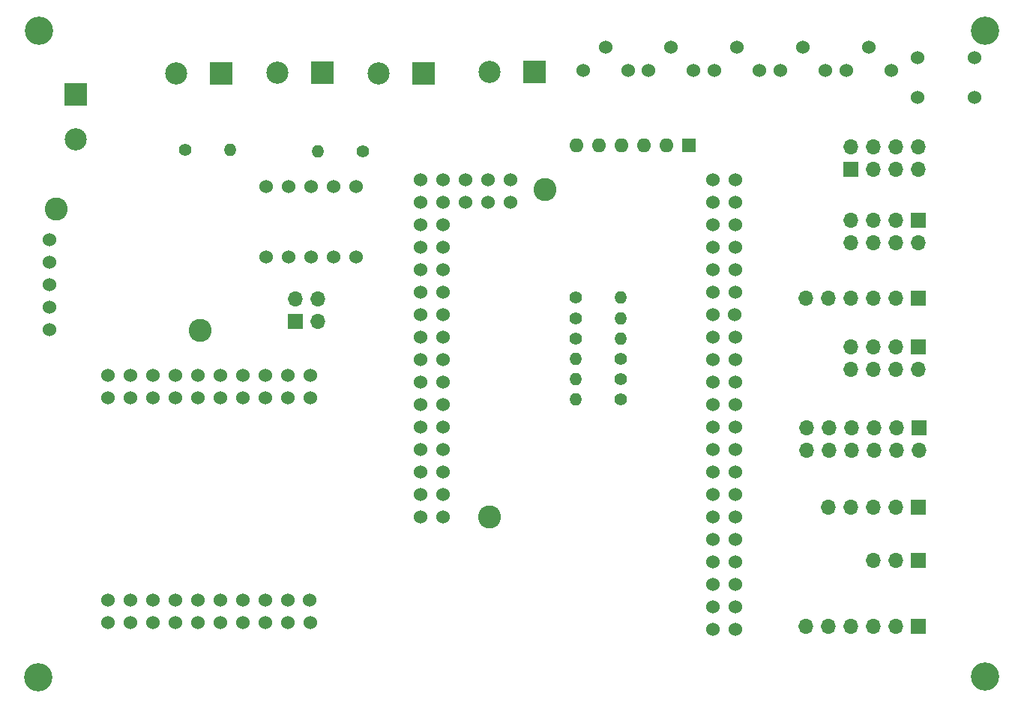
<source format=gbr>
%TF.GenerationSoftware,KiCad,Pcbnew,(6.0.0-0)*%
%TF.CreationDate,2022-02-24T11:08:08-05:00*%
%TF.ProjectId,LED_Controller_Without_Level_Shifter,4c45445f-436f-46e7-9472-6f6c6c65725f,1.0*%
%TF.SameCoordinates,Original*%
%TF.FileFunction,Soldermask,Bot*%
%TF.FilePolarity,Negative*%
%FSLAX46Y46*%
G04 Gerber Fmt 4.6, Leading zero omitted, Abs format (unit mm)*
G04 Created by KiCad (PCBNEW (6.0.0-0)) date 2022-02-24 11:08:08*
%MOMM*%
%LPD*%
G01*
G04 APERTURE LIST*
%ADD10R,2.500000X2.500000*%
%ADD11C,2.500000*%
%ADD12R,1.700000X1.700000*%
%ADD13O,1.700000X1.700000*%
%ADD14C,1.400000*%
%ADD15O,1.400000X1.400000*%
%ADD16R,1.600000X1.600000*%
%ADD17O,1.600000X1.600000*%
%ADD18C,1.524000*%
%ADD19C,2.600000*%
%ADD20C,3.200000*%
G04 APERTURE END LIST*
D10*
%TO.C,J1*%
X93790000Y-70645000D03*
D11*
X93790000Y-75725000D03*
%TD*%
D10*
%TO.C,J2*%
X110180000Y-68280000D03*
D11*
X105100000Y-68280000D03*
%TD*%
D10*
%TO.C,J3*%
X133045000Y-68280000D03*
D11*
X127965000Y-68280000D03*
%TD*%
D10*
%TO.C,J4*%
X121615000Y-68254000D03*
D11*
X116535000Y-68254000D03*
%TD*%
D12*
%TO.C,J5*%
X188930000Y-99250000D03*
D13*
X188930000Y-101790000D03*
X186390000Y-99250000D03*
X186390000Y-101790000D03*
X183850000Y-99250000D03*
X183850000Y-101790000D03*
X181310000Y-99250000D03*
X181310000Y-101790000D03*
%TD*%
D12*
%TO.C,J6*%
X189000000Y-108380000D03*
D13*
X189000000Y-110920000D03*
X186460000Y-108380000D03*
X186460000Y-110920000D03*
X183920000Y-108380000D03*
X183920000Y-110920000D03*
X181380000Y-108380000D03*
X181380000Y-110920000D03*
X178840000Y-108380000D03*
X178840000Y-110920000D03*
X176300000Y-108380000D03*
X176300000Y-110920000D03*
%TD*%
D12*
%TO.C,J7*%
X188976000Y-117334000D03*
D13*
X186436000Y-117334000D03*
X183896000Y-117334000D03*
X181356000Y-117334000D03*
X178816000Y-117334000D03*
%TD*%
D12*
%TO.C,J8*%
X188976000Y-130810000D03*
D13*
X186436000Y-130810000D03*
X183896000Y-130810000D03*
X181356000Y-130810000D03*
X178816000Y-130810000D03*
X176276000Y-130810000D03*
%TD*%
D12*
%TO.C,J9*%
X181320000Y-79145000D03*
D13*
X181320000Y-76605000D03*
X183860000Y-79145000D03*
X183860000Y-76605000D03*
X186400000Y-79145000D03*
X186400000Y-76605000D03*
X188940000Y-79145000D03*
X188940000Y-76605000D03*
%TD*%
D12*
%TO.C,J10*%
X188920000Y-84885000D03*
D13*
X188920000Y-87425000D03*
X186380000Y-84885000D03*
X186380000Y-87425000D03*
X183840000Y-84885000D03*
X183840000Y-87425000D03*
X181300000Y-84885000D03*
X181300000Y-87425000D03*
%TD*%
D12*
%TO.C,J11*%
X188951000Y-93751000D03*
D13*
X186411000Y-93751000D03*
X183871000Y-93751000D03*
X181331000Y-93751000D03*
X178791000Y-93751000D03*
X176251000Y-93751000D03*
%TD*%
D14*
%TO.C,R2*%
X155290000Y-102822000D03*
D15*
X150210000Y-102822000D03*
%TD*%
D14*
%TO.C,R3*%
X155290000Y-100534000D03*
D15*
X150210000Y-100534000D03*
%TD*%
D14*
%TO.C,R4*%
X150210000Y-98246000D03*
D15*
X155290000Y-98246000D03*
%TD*%
D14*
%TO.C,R5*%
X150210000Y-95958000D03*
D15*
X155290000Y-95958000D03*
%TD*%
D14*
%TO.C,R6*%
X150210000Y-93670000D03*
D15*
X155290000Y-93670000D03*
%TD*%
D16*
%TO.C,RN1*%
X163068000Y-76454000D03*
D17*
X160528000Y-76454000D03*
X157988000Y-76454000D03*
X155448000Y-76454000D03*
X152908000Y-76454000D03*
X150368000Y-76454000D03*
%TD*%
D18*
%TO.C,U1*%
X90780000Y-87130000D03*
X90780000Y-89670000D03*
X90780000Y-92210000D03*
X90780000Y-94750000D03*
X90780000Y-97290000D03*
D19*
X107838800Y-97361200D03*
X91610000Y-83600000D03*
%TD*%
D18*
%TO.C,U2*%
X105015400Y-130406600D03*
X120205400Y-127866600D03*
X102475400Y-130406600D03*
X117715400Y-127866600D03*
X107555400Y-130406600D03*
X105015400Y-105000600D03*
X112635400Y-105000600D03*
X110095400Y-105000600D03*
X112635400Y-127866600D03*
X115175400Y-127866600D03*
X107555400Y-105000600D03*
X107555400Y-127866600D03*
X115175400Y-105000600D03*
X110095400Y-127866600D03*
X112635400Y-130406600D03*
X110095400Y-102460600D03*
X107555400Y-102460600D03*
X112635400Y-102460600D03*
X115175400Y-102460600D03*
X105015400Y-127866600D03*
X120255400Y-130406600D03*
X120255400Y-102460600D03*
X102475400Y-127866600D03*
X102475400Y-105000600D03*
X99935400Y-127866600D03*
X97395400Y-127866600D03*
X110095400Y-130406600D03*
X99935400Y-130406600D03*
X97395400Y-130406600D03*
X120255400Y-105000600D03*
X117715400Y-105000600D03*
X99935400Y-105000600D03*
X97395400Y-105000600D03*
X117715400Y-102460600D03*
X105015400Y-102460600D03*
X102475400Y-102460600D03*
X99935400Y-102460600D03*
X97395400Y-102460600D03*
X115175400Y-130406600D03*
X117715400Y-130406600D03*
%TD*%
D14*
%TO.C,R1*%
X155290000Y-105110000D03*
D15*
X150210000Y-105110000D03*
%TD*%
D18*
%TO.C,SW1*%
X125476000Y-89091000D03*
X122936000Y-89091000D03*
X120396000Y-89091000D03*
X117856000Y-89091000D03*
X115316000Y-89091000D03*
X115316000Y-81089000D03*
X117856000Y-81089000D03*
X120396000Y-81089000D03*
X122936000Y-81089000D03*
X125476000Y-81089000D03*
%TD*%
%TO.C,SW2*%
X188820000Y-71020000D03*
X188820000Y-66520000D03*
X195320000Y-71020000D03*
X195320000Y-66520000D03*
%TD*%
%TO.C,U4*%
X165770000Y-118470000D03*
X168310000Y-118470000D03*
X165770000Y-115930000D03*
X168310000Y-115930000D03*
X165780000Y-113390000D03*
X168310000Y-113390000D03*
X165770000Y-110850000D03*
X168310000Y-110850000D03*
X165770000Y-108310000D03*
X168310000Y-108310000D03*
X165770000Y-105770000D03*
X168310000Y-105770000D03*
X165770000Y-103230000D03*
X168310000Y-103230000D03*
X165770000Y-100690000D03*
X168310000Y-100690000D03*
X165770000Y-98150000D03*
X168310000Y-98150000D03*
X165780000Y-95610000D03*
X168230000Y-95610000D03*
X165780000Y-93070000D03*
X168310000Y-93070000D03*
X165770000Y-90530000D03*
X168310000Y-90530000D03*
X165770000Y-87990000D03*
X168310000Y-87990000D03*
X165770000Y-85450000D03*
X168310000Y-85450000D03*
X165770000Y-82910000D03*
X168310000Y-82910000D03*
X165770000Y-80370000D03*
X168310000Y-80370000D03*
X132750000Y-98150000D03*
X135290000Y-98150000D03*
X132750000Y-95610000D03*
X135290000Y-95610000D03*
X132750000Y-93070000D03*
X135290000Y-93070000D03*
X132750000Y-90530000D03*
X135290000Y-90530000D03*
X132750000Y-87990000D03*
X135290000Y-87990000D03*
X132750000Y-85450000D03*
X135290000Y-85450000D03*
X132750000Y-82910000D03*
X135290000Y-82910000D03*
X132750000Y-80370000D03*
X135290000Y-80370000D03*
X137840000Y-80370000D03*
X137830000Y-82910000D03*
X140370000Y-80370000D03*
X140370000Y-82910000D03*
X142910000Y-80370000D03*
X142910000Y-82910000D03*
X168310000Y-128630000D03*
X165770000Y-128630000D03*
X165770000Y-131170000D03*
X168310000Y-131170000D03*
X165770000Y-126090000D03*
X168310000Y-126090000D03*
X168310000Y-123550000D03*
X165770000Y-123550000D03*
D19*
X146820000Y-81440000D03*
X140530000Y-118470000D03*
D18*
X165770000Y-121010000D03*
X168310000Y-121010000D03*
X132750000Y-118470000D03*
X135290000Y-118470000D03*
X132750000Y-115930000D03*
X135290000Y-115930000D03*
X132750000Y-113390000D03*
X135290000Y-113390000D03*
X132750000Y-110850000D03*
X135290000Y-110850000D03*
X132750000Y-108310000D03*
X135290000Y-108310000D03*
X132750000Y-105770000D03*
X135290000Y-105770000D03*
X132750000Y-103230000D03*
X135290000Y-103230000D03*
X132750000Y-100690000D03*
X135290000Y-100690000D03*
%TD*%
%TO.C,RV1*%
X156140000Y-67935000D03*
X153600000Y-65325000D03*
X151060000Y-67935000D03*
%TD*%
%TO.C,RV2*%
X171015000Y-67935000D03*
X168475000Y-65325000D03*
X165935000Y-67935000D03*
%TD*%
%TO.C,RV3*%
X185890000Y-67935000D03*
X183350000Y-65325000D03*
X180810000Y-67935000D03*
%TD*%
%TO.C,RV4*%
X163577500Y-67935000D03*
X161037500Y-65325000D03*
X158497500Y-67935000D03*
%TD*%
%TO.C,RV5*%
X178452500Y-67935000D03*
X175912500Y-65325000D03*
X173372500Y-67935000D03*
%TD*%
D12*
%TO.C,J13*%
X118545000Y-96315000D03*
D13*
X118545000Y-93775000D03*
X121085000Y-96315000D03*
X121085000Y-93775000D03*
%TD*%
D12*
%TO.C,J13*%
X188975000Y-123340000D03*
D13*
X186435000Y-123340000D03*
X183895000Y-123340000D03*
%TD*%
D20*
%TO.C,REF\u002A\u002A*%
X196480000Y-136460000D03*
%TD*%
%TO.C,REF\u002A\u002A*%
X89662000Y-63500000D03*
%TD*%
D14*
%TO.C,R7*%
X106172000Y-76962000D03*
D15*
X111252000Y-76962000D03*
%TD*%
D20*
%TO.C,REF\u002A\u002A*%
X89580000Y-136520000D03*
%TD*%
D14*
%TO.C,R8*%
X126238000Y-77140000D03*
D15*
X121158000Y-77140000D03*
%TD*%
D20*
%TO.C,REF\u002A\u002A*%
X196510000Y-63490000D03*
%TD*%
D10*
%TO.C,J12*%
X145625000Y-68170000D03*
D11*
X140545000Y-68170000D03*
%TD*%
M02*

</source>
